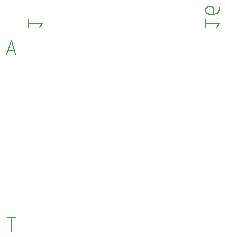
<source format=gbr>
G04 EAGLE Gerber RS-274X export*
G75*
%MOMM*%
%FSLAX34Y34*%
%LPD*%
%INSilkscreen Bottom*%
%IPPOS*%
%AMOC8*
5,1,8,0,0,1.08239X$1,22.5*%
G01*
%ADD10C,0.076200*%


D10*
X860679Y526161D02*
X856700Y538099D01*
X852720Y526161D01*
X853715Y529146D02*
X859684Y529146D01*
X857363Y388239D02*
X857363Y376301D01*
X860679Y388239D02*
X854047Y388239D01*
X880886Y548767D02*
X883539Y552083D01*
X871601Y552083D01*
X871601Y548767D02*
X871601Y555399D01*
X1030746Y548767D02*
X1033399Y552083D01*
X1021461Y552083D01*
X1021461Y548767D02*
X1021461Y555399D01*
X1028093Y560197D02*
X1028093Y564176D01*
X1028091Y564278D01*
X1028085Y564379D01*
X1028075Y564480D01*
X1028062Y564581D01*
X1028044Y564681D01*
X1028023Y564780D01*
X1027998Y564879D01*
X1027969Y564976D01*
X1027937Y565073D01*
X1027901Y565168D01*
X1027861Y565261D01*
X1027818Y565353D01*
X1027771Y565443D01*
X1027720Y565532D01*
X1027667Y565618D01*
X1027610Y565702D01*
X1027550Y565784D01*
X1027487Y565864D01*
X1027421Y565941D01*
X1027352Y566016D01*
X1027280Y566088D01*
X1027205Y566157D01*
X1027128Y566223D01*
X1027048Y566286D01*
X1026966Y566346D01*
X1026882Y566403D01*
X1026796Y566456D01*
X1026707Y566507D01*
X1026617Y566554D01*
X1026525Y566597D01*
X1026432Y566637D01*
X1026337Y566673D01*
X1026240Y566705D01*
X1026143Y566734D01*
X1026044Y566759D01*
X1025945Y566780D01*
X1025845Y566798D01*
X1025744Y566811D01*
X1025643Y566821D01*
X1025542Y566827D01*
X1025440Y566829D01*
X1024777Y566829D01*
X1024663Y566827D01*
X1024548Y566821D01*
X1024434Y566811D01*
X1024321Y566797D01*
X1024207Y566780D01*
X1024095Y566758D01*
X1023983Y566733D01*
X1023873Y566703D01*
X1023763Y566670D01*
X1023655Y566633D01*
X1023548Y566593D01*
X1023442Y566548D01*
X1023338Y566501D01*
X1023236Y566449D01*
X1023136Y566394D01*
X1023037Y566336D01*
X1022941Y566274D01*
X1022846Y566209D01*
X1022755Y566141D01*
X1022665Y566069D01*
X1022578Y565995D01*
X1022494Y565918D01*
X1022412Y565837D01*
X1022333Y565754D01*
X1022257Y565669D01*
X1022184Y565580D01*
X1022115Y565490D01*
X1022048Y565397D01*
X1021985Y565301D01*
X1021925Y565204D01*
X1021868Y565104D01*
X1021815Y565003D01*
X1021765Y564900D01*
X1021719Y564795D01*
X1021676Y564689D01*
X1021638Y564581D01*
X1021603Y564472D01*
X1021572Y564362D01*
X1021544Y564251D01*
X1021521Y564139D01*
X1021501Y564026D01*
X1021485Y563913D01*
X1021473Y563799D01*
X1021465Y563685D01*
X1021461Y563570D01*
X1021461Y563456D01*
X1021465Y563341D01*
X1021473Y563227D01*
X1021485Y563113D01*
X1021501Y563000D01*
X1021521Y562887D01*
X1021544Y562775D01*
X1021572Y562664D01*
X1021603Y562554D01*
X1021638Y562445D01*
X1021676Y562337D01*
X1021719Y562231D01*
X1021765Y562126D01*
X1021815Y562023D01*
X1021868Y561922D01*
X1021925Y561822D01*
X1021985Y561725D01*
X1022048Y561629D01*
X1022115Y561536D01*
X1022184Y561446D01*
X1022257Y561357D01*
X1022333Y561272D01*
X1022412Y561189D01*
X1022494Y561108D01*
X1022578Y561031D01*
X1022665Y560957D01*
X1022755Y560885D01*
X1022846Y560817D01*
X1022941Y560752D01*
X1023037Y560690D01*
X1023136Y560632D01*
X1023236Y560577D01*
X1023338Y560525D01*
X1023442Y560478D01*
X1023548Y560433D01*
X1023655Y560393D01*
X1023763Y560356D01*
X1023873Y560323D01*
X1023983Y560293D01*
X1024095Y560268D01*
X1024207Y560246D01*
X1024321Y560229D01*
X1024434Y560215D01*
X1024548Y560205D01*
X1024663Y560199D01*
X1024777Y560197D01*
X1028093Y560197D01*
X1028237Y560199D01*
X1028380Y560205D01*
X1028524Y560215D01*
X1028667Y560228D01*
X1028809Y560246D01*
X1028951Y560267D01*
X1029093Y560292D01*
X1029234Y560321D01*
X1029374Y560354D01*
X1029513Y560390D01*
X1029650Y560431D01*
X1029787Y560475D01*
X1029923Y560522D01*
X1030057Y560574D01*
X1030190Y560629D01*
X1030321Y560687D01*
X1030451Y560749D01*
X1030578Y560815D01*
X1030704Y560884D01*
X1030829Y560957D01*
X1030951Y561032D01*
X1031071Y561111D01*
X1031188Y561194D01*
X1031304Y561279D01*
X1031417Y561367D01*
X1031528Y561459D01*
X1031636Y561553D01*
X1031742Y561651D01*
X1031845Y561751D01*
X1031945Y561854D01*
X1032043Y561960D01*
X1032137Y562068D01*
X1032229Y562179D01*
X1032317Y562292D01*
X1032402Y562407D01*
X1032485Y562525D01*
X1032564Y562645D01*
X1032639Y562767D01*
X1032712Y562892D01*
X1032781Y563018D01*
X1032846Y563145D01*
X1032909Y563275D01*
X1032967Y563406D01*
X1033022Y563539D01*
X1033074Y563673D01*
X1033121Y563809D01*
X1033165Y563946D01*
X1033206Y564083D01*
X1033242Y564222D01*
X1033275Y564362D01*
X1033304Y564503D01*
X1033329Y564645D01*
X1033350Y564787D01*
X1033368Y564929D01*
X1033381Y565072D01*
X1033391Y565216D01*
X1033397Y565359D01*
X1033399Y565503D01*
M02*

</source>
